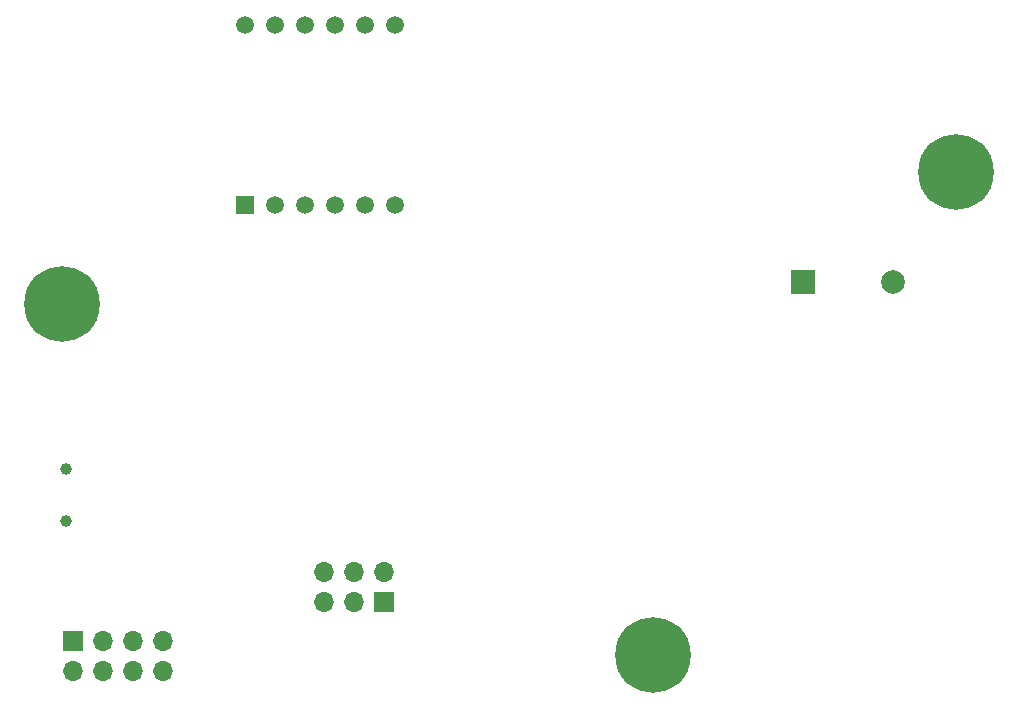
<source format=gbr>
%TF.GenerationSoftware,KiCad,Pcbnew,7.0.1*%
%TF.CreationDate,2023-04-16T16:31:15-06:00*%
%TF.ProjectId,Phase_B_ATMEGA_v3,50686173-655f-4425-9f41-544d4547415f,rev?*%
%TF.SameCoordinates,Original*%
%TF.FileFunction,Soldermask,Bot*%
%TF.FilePolarity,Negative*%
%FSLAX46Y46*%
G04 Gerber Fmt 4.6, Leading zero omitted, Abs format (unit mm)*
G04 Created by KiCad (PCBNEW 7.0.1) date 2023-04-16 16:31:15*
%MOMM*%
%LPD*%
G01*
G04 APERTURE LIST*
%ADD10R,1.700000X1.700000*%
%ADD11O,1.700000X1.700000*%
%ADD12C,1.000000*%
%ADD13R,1.500000X1.500000*%
%ADD14C,1.500000*%
%ADD15C,6.400000*%
%ADD16R,2.000000X2.000000*%
%ADD17C,2.000000*%
G04 APERTURE END LIST*
D10*
%TO.C,J1*%
X113142000Y-99842000D03*
D11*
X113142000Y-97302000D03*
X110602000Y-99842000D03*
X110602000Y-97302000D03*
X108062000Y-99842000D03*
X108062000Y-97302000D03*
%TD*%
D12*
%TO.C,J2*%
X86162000Y-88600000D03*
X86162000Y-93000000D03*
%TD*%
D13*
%TO.C,U1*%
X101346000Y-66294000D03*
D14*
X103886000Y-66294000D03*
X106426000Y-66294000D03*
X108966000Y-66294000D03*
X111506000Y-66294000D03*
X114046000Y-66294000D03*
X114046000Y-51054000D03*
X111506000Y-51054000D03*
X108966000Y-51054000D03*
X106426000Y-51054000D03*
X103886000Y-51054000D03*
X101346000Y-51054000D03*
%TD*%
D15*
%TO.C,H2*%
X161544000Y-63500000D03*
%TD*%
D16*
%TO.C,LS1*%
X148600000Y-72771000D03*
D17*
X156200000Y-72771000D03*
%TD*%
D15*
%TO.C,H3*%
X135890000Y-104394000D03*
%TD*%
D10*
%TO.C,J3*%
X86741000Y-103225600D03*
D11*
X86741000Y-105765600D03*
X89281000Y-103225600D03*
X89281000Y-105765600D03*
X91821000Y-103225600D03*
X91821000Y-105765600D03*
X94361000Y-103225600D03*
X94361000Y-105765600D03*
%TD*%
D15*
%TO.C,H1*%
X85852000Y-74676000D03*
%TD*%
M02*

</source>
